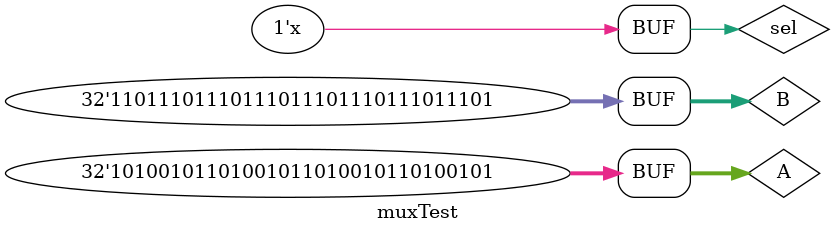
<source format=v>
module muxTest();
    wire [31:0] Y;
    reg  [31:0] A, B;
    reg  sel;

    mux mux1 (A, B, sel, Y);

    initial begin
        A = 32'hAAAAAAAA;
        B = 32'h55555555;
        sel = 1'b1;
        #10
        A = 32'h00000000;
        #10
        sel = 1'b1;
        #10
        B = 32'hFFFFFFFF;
        #5
        A = 32'hA5A5A5A5;
        #5
        sel = 1'b0;
        B = 32'hDDDDDDDD;
        #5
        sel = 1'bx;
    end

    always @ (A or B or sel)
        #1 $display(
            "At t = %0d, sel = %b\tA = %h\tB = %h\tY = %h",
            $time, sel, A, B, Y
        );
endmodule
</source>
